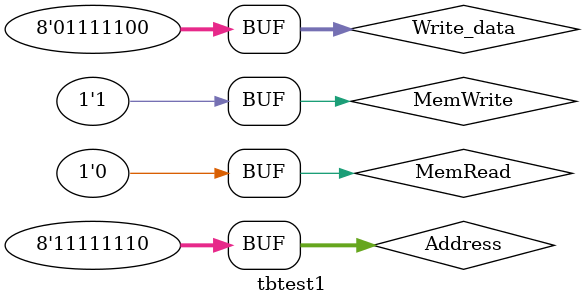
<source format=v>
`timescale 1ns / 1ps


module tbtest1;

	// Inputs
	reg MemRead;
	reg MemWrite;
	reg [7:0] Address;
	reg [7:0] Write_data;

	// Outputs
	wire [7:0] Read_data;

	// Instantiate the Unit Under Test (UUT)
	Data_Mem uut (
		.MemRead(MemRead), 
		.MemWrite(MemWrite), 
		.Address(Address), 
		.Write_data(Write_data), 
		.Read_data(Read_data)
	);

	initial begin
		// Initialize Inputs
		MemRead = 0;
		MemWrite = 1;
		Address = 255;
		Write_data = 352;

		// Wait 100 ns for global reset to finish
		#20;
		
		MemRead = 0;
		MemWrite = 1;
		Address = 254;
		Write_data = 3452;

		// Wait 100 ns for global reset to finish
		#20;
        
		// Add stimulus here

	end
      
endmodule


</source>
